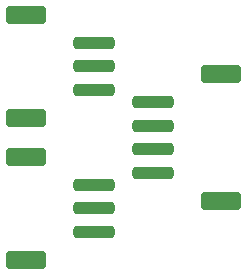
<source format=gbr>
%TF.GenerationSoftware,KiCad,Pcbnew,9.0.2*%
%TF.CreationDate,2025-06-01T02:56:30-04:00*%
%TF.ProjectId,merger,6d657267-6572-42e6-9b69-6361645f7063,rev?*%
%TF.SameCoordinates,Original*%
%TF.FileFunction,Soldermask,Top*%
%TF.FilePolarity,Negative*%
%FSLAX46Y46*%
G04 Gerber Fmt 4.6, Leading zero omitted, Abs format (unit mm)*
G04 Created by KiCad (PCBNEW 9.0.2) date 2025-06-01 02:56:30*
%MOMM*%
%LPD*%
G01*
G04 APERTURE LIST*
G04 Aperture macros list*
%AMRoundRect*
0 Rectangle with rounded corners*
0 $1 Rounding radius*
0 $2 $3 $4 $5 $6 $7 $8 $9 X,Y pos of 4 corners*
0 Add a 4 corners polygon primitive as box body*
4,1,4,$2,$3,$4,$5,$6,$7,$8,$9,$2,$3,0*
0 Add four circle primitives for the rounded corners*
1,1,$1+$1,$2,$3*
1,1,$1+$1,$4,$5*
1,1,$1+$1,$6,$7*
1,1,$1+$1,$8,$9*
0 Add four rect primitives between the rounded corners*
20,1,$1+$1,$2,$3,$4,$5,0*
20,1,$1+$1,$4,$5,$6,$7,0*
20,1,$1+$1,$6,$7,$8,$9,0*
20,1,$1+$1,$8,$9,$2,$3,0*%
G04 Aperture macros list end*
%ADD10RoundRect,0.250000X-1.500000X0.250000X-1.500000X-0.250000X1.500000X-0.250000X1.500000X0.250000X0*%
%ADD11RoundRect,0.250001X-1.449999X0.499999X-1.449999X-0.499999X1.449999X-0.499999X1.449999X0.499999X0*%
%ADD12RoundRect,0.250000X1.500000X-0.250000X1.500000X0.250000X-1.500000X0.250000X-1.500000X-0.250000X0*%
%ADD13RoundRect,0.250001X1.449999X-0.499999X1.449999X0.499999X-1.449999X0.499999X-1.449999X-0.499999X0*%
G04 APERTURE END LIST*
D10*
%TO.C,J2*%
X120000000Y-75000000D03*
X120000000Y-77000000D03*
X120000000Y-79000000D03*
D11*
X114250000Y-72650000D03*
X114250000Y-81350000D03*
%TD*%
D10*
%TO.C,J1*%
X120000000Y-63000000D03*
X120000000Y-65000000D03*
X120000000Y-67000000D03*
D11*
X114250000Y-60650000D03*
X114250000Y-69350000D03*
%TD*%
D12*
%TO.C,J3*%
X125000000Y-74000000D03*
X125000000Y-72000000D03*
X125000000Y-70000000D03*
X125000000Y-68000000D03*
D13*
X130750000Y-76350000D03*
X130750000Y-65650000D03*
%TD*%
M02*

</source>
